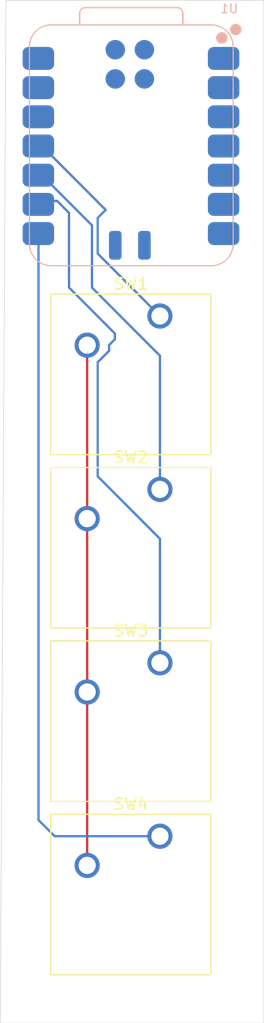
<source format=kicad_pcb>
(kicad_pcb (version 20240108) (generator "pcbnew") (generator_version "8.0")
  (layers (0 "F.Cu" signal) (31 "B.Cu" signal) (34 "B.Paste" user) (35 "F.Paste" user) (36 "B.SilkS" user "B.Silkscreen") (37 "F.SilkS" user "F.Silkscreen") (38 "B.Mask" user) (39 "F.Mask" user) (44 "Edge.Cuts" user))
  (net 0 "")
  (net 1 "GND")
  (net 2 "Net-(U1-PA6_A10_D10_MOSI)")
  (net 3 "Net-(U1-PA5_A9_D9_MISO)")
  (net 4 "Net-(U1-PA7_A8_D8_SCK)")
  (net 5 "Net-(U1-PB09_A7_D7_RX)")
  (footprint "Button_Switch_Keyboard:SW_Cherry_MX_1.00u_PCB" (layer "F.Cu") (at 132.430988 105.1542)
    (property "Reference" "SW3" (at -2.54 -2.794 0) (layer "F.SilkS"))
    (property "Value" "SW_Push")
    (fp_line (start -9.525 -1.905) (end 4.445 -1.905) (stroke (width 0.12)) (layer "F.SilkS"))
    (fp_line (start -9.525 12.065) (end -9.525 -1.905) (stroke (width 0.12)) (layer "F.SilkS"))
    (fp_line (start 4.445 -1.905) (end 4.445 12.065) (stroke (width 0.12)) (layer "F.SilkS"))
    (fp_line (start 4.445 12.065) (end -9.525 12.065) (stroke (width 0.12)) (layer "F.SilkS"))
    (pad "" np_thru_hole circle (at -7.62 5.08) (size 1.7 1.7) (drill 1.7) (layers "*.Cu" "*.Mask"))
    (pad "" np_thru_hole circle (at -2.54 5.08) (size 4 4) (drill 4) (layers "*.Cu" "*.Mask"))
    (pad "" np_thru_hole circle (at 2.54 5.08) (size 1.7 1.7) (drill 1.7) (layers "*.Cu" "*.Mask"))
    (pad "1" thru_hole circle (at 0 0) (size 2.2 2.2) (drill 1.5) (layers "*.Cu" "*.Mask") (net 4 "Net-(U1-PA7_A8_D8_SCK)"))
    (pad "2" thru_hole circle (at -6.35 2.54) (size 2.2 2.2) (drill 1.5) (layers "*.Cu" "*.Mask") (net 1 "GND"))
  )
  (footprint "Button_Switch_Keyboard:SW_Cherry_MX_1.00u_PCB" (layer "F.Cu") (at 132.430988 90.0642)
    (property "Reference" "SW2" (at -2.54 -2.794 0) (layer "F.SilkS"))
    (property "Value" "SW_Push")
    (fp_line (start -9.525 -1.905) (end 4.445 -1.905) (stroke (width 0.12)) (layer "F.SilkS"))
    (fp_line (start -9.525 12.065) (end -9.525 -1.905) (stroke (width 0.12)) (layer "F.SilkS"))
    (fp_line (start 4.445 -1.905) (end 4.445 12.065) (stroke (width 0.12)) (layer "F.SilkS"))
    (fp_line (start 4.445 12.065) (end -9.525 12.065) (stroke (width 0.12)) (layer "F.SilkS"))
    (pad "" np_thru_hole circle (at -7.62 5.08) (size 1.7 1.7) (drill 1.7) (layers "*.Cu" "*.Mask"))
    (pad "" np_thru_hole circle (at -2.54 5.08) (size 4 4) (drill 4) (layers "*.Cu" "*.Mask"))
    (pad "" np_thru_hole circle (at 2.54 5.08) (size 1.7 1.7) (drill 1.7) (layers "*.Cu" "*.Mask"))
    (pad "1" thru_hole circle (at 0 0) (size 2.2 2.2) (drill 1.5) (layers "*.Cu" "*.Mask") (net 3 "Net-(U1-PA5_A9_D9_MISO)"))
    (pad "2" thru_hole circle (at -6.35 2.54) (size 2.2 2.2) (drill 1.5) (layers "*.Cu" "*.Mask") (net 1 "GND"))
  )
  (footprint "Button_Switch_Keyboard:SW_Cherry_MX_1.00u_PCB" (layer "F.Cu") (at 132.430988 74.9742)
    (property "Reference" "SW1" (at -2.54 -2.794 0) (layer "F.SilkS"))
    (property "Value" "SW_Push")
    (fp_line (start -9.525 -1.905) (end 4.445 -1.905) (stroke (width 0.12)) (layer "F.SilkS"))
    (fp_line (start -9.525 12.065) (end -9.525 -1.905) (stroke (width 0.12)) (layer "F.SilkS"))
    (fp_line (start 4.445 -1.905) (end 4.445 12.065) (stroke (width 0.12)) (layer "F.SilkS"))
    (fp_line (start 4.445 12.065) (end -9.525 12.065) (stroke (width 0.12)) (layer "F.SilkS"))
    (pad "" np_thru_hole circle (at -7.62 5.08) (size 1.7 1.7) (drill 1.7) (layers "*.Cu" "*.Mask"))
    (pad "" np_thru_hole circle (at -2.54 5.08) (size 4 4) (drill 4) (layers "*.Cu" "*.Mask"))
    (pad "" np_thru_hole circle (at 2.54 5.08) (size 1.7 1.7) (drill 1.7) (layers "*.Cu" "*.Mask"))
    (pad "1" thru_hole circle (at 0 0) (size 2.2 2.2) (drill 1.5) (layers "*.Cu" "*.Mask") (net 2 "Net-(U1-PA6_A10_D10_MOSI)"))
    (pad "2" thru_hole circle (at -6.35 2.54) (size 2.2 2.2) (drill 1.5) (layers "*.Cu" "*.Mask") (net 1 "GND"))
  )
  (footprint "Button_Switch_Keyboard:SW_Cherry_MX_1.00u_PCB" (layer "F.Cu") (at 132.430988 120.2442)
    (property "Reference" "SW4" (at -2.54 -2.794 0) (layer "F.SilkS"))
    (property "Value" "SW_Push")
    (fp_line (start -9.525 -1.905) (end 4.445 -1.905) (stroke (width 0.12)) (layer "F.SilkS"))
    (fp_line (start -9.525 12.065) (end -9.525 -1.905) (stroke (width 0.12)) (layer "F.SilkS"))
    (fp_line (start 4.445 -1.905) (end 4.445 12.065) (stroke (width 0.12)) (layer "F.SilkS"))
    (fp_line (start 4.445 12.065) (end -9.525 12.065) (stroke (width 0.12)) (layer "F.SilkS"))
    (pad "" np_thru_hole circle (at -7.62 5.08) (size 1.7 1.7) (drill 1.7) (layers "*.Cu" "*.Mask"))
    (pad "" np_thru_hole circle (at -2.54 5.08) (size 4 4) (drill 4) (layers "*.Cu" "*.Mask"))
    (pad "" np_thru_hole circle (at 2.54 5.08) (size 1.7 1.7) (drill 1.7) (layers "*.Cu" "*.Mask"))
    (pad "1" thru_hole circle (at 0 0) (size 2.2 2.2) (drill 1.5) (layers "*.Cu" "*.Mask") (net 5 "Net-(U1-PB09_A7_D7_RX)"))
    (pad "2" thru_hole circle (at -6.35 2.54) (size 2.2 2.2) (drill 1.5) (layers "*.Cu" "*.Mask") (net 1 "GND"))
  )
  (footprint "Seeed Studio XIAO Series Library:XIAO-SAMD21-SMD" (layer "B.Cu") (at 138.822994 70.6804 180)
    (property "Reference" "U1" (at -0.5 22 0) (layer "B.SilkS") (effects (font (size 0.78232 0.78232) (thickness 0.10668)) (justify left bottom mirror)))
    (property "Value" "XIAO-SAMD21-SMD")
    (fp_line (start 17.781 19.1323) (end 17.781 1.9873) (stroke (width 0.1)) (layer "B.SilkS"))
    (fp_line (start 15.876 0.0823) (end 1.906 0.0823) (stroke (width 0.1)) (layer "B.SilkS"))
    (fp_line (start 13.395 21.0373) (end 13.395 22.0473) (stroke (width 0.127)) (layer "B.SilkS"))
    (fp_line (start 12.895 22.5473) (end 4.899728 22.5473) (stroke (width 0.127)) (layer "B.SilkS"))
    (fp_line (start 4.399728 22.047572) (end 4.396 21.0373) (stroke (width 0.127)) (layer "B.SilkS"))
    (fp_line (start 1.906 21.0373) (end 15.876 21.0373) (stroke (width 0.1)) (layer "B.SilkS"))
    (fp_line (start 1.906 21.0373) (end 15.876 21.0373) (stroke (width 0.1)) (layer "B.SilkS"))
    (fp_line (start 0.001 19.1323) (end 0.001 1.9873) (stroke (width 0.1)) (layer "B.SilkS"))
    (fp_arc (start 17.781 19.1323) (mid 17.223038 20.479338) (end 15.876 21.0373) (stroke (width 0.1)) (layer "B.SilkS"))
    (fp_arc (start 15.876 0.0823) (mid 17.223038 0.640262) (end 17.781 1.9873) (stroke (width 0.1)) (layer "B.SilkS"))
    (fp_arc (start 13.395 22.0473) (mid 13.248553 22.400853) (end 12.895 22.5473) (stroke (width 0.127)) (layer "B.SilkS"))
    (fp_arc (start 4.899728 22.5473) (mid 4.546278 22.400943) (end 4.399728 22.047572) (stroke (width 0.127)) (layer "B.SilkS"))
    (fp_arc (start 1.906 21.0413) (mid 0.558969 20.483331) (end 0.001 19.1363) (stroke (width 0.1)) (layer "B.SilkS"))
    (fp_arc (start 0.001 1.9873) (mid 0.558962 0.640262) (end 1.906 0.0823) (stroke (width 0.1)) (layer "B.SilkS"))
    (fp_circle (center 0.991988 19.910312) (end 0.991988 20.164312) (stroke (width 0.5)) (fill solid) (layer "B.SilkS"))
    (fp_circle (center -0.225012 20.633312) (end -0.225012 20.887312) (stroke (width 0.5)) (fill solid) (layer "B.SilkS"))
    (pad "1" smd roundrect (at 0.835 18.12 180) (size 2.75 2) (layers "B.Cu" "B.Paste" "B.Mask"))
    (pad "2" smd roundrect (at 0.835 15.58 180) (size 2.75 2) (layers "B.Cu" "B.Paste" "B.Mask"))
    (pad "3" smd roundrect (at 0.835 13.04 180) (size 2.75 2) (layers "B.Cu" "B.Paste" "B.Mask"))
    (pad "4" smd roundrect (at 0.835 10.5 180) (size 2.75 2) (layers "B.Cu" "B.Paste" "B.Mask"))
    (pad "5" smd roundrect (at 0.835 7.96 180) (size 2.75 2) (layers "B.Cu" "B.Paste" "B.Mask"))
    (pad "6" smd roundrect (at 0.835 5.42 180) (size 2.75 2) (layers "B.Cu" "B.Paste" "B.Mask"))
    (pad "7" smd roundrect (at 0.835 2.88 180) (size 2.75 2) (layers "B.Cu" "B.Paste" "B.Mask"))
    (pad "8" smd roundrect (at 17 2.88 180) (size 2.75 2) (layers "B.Cu" "B.Paste" "B.Mask") (net 5 "Net-(U1-PB09_A7_D7_RX)"))
    (pad "9" smd roundrect (at 17 5.42 180) (size 2.75 2) (layers "B.Cu" "B.Paste" "B.Mask") (net 4 "Net-(U1-PA7_A8_D8_SCK)"))
    (pad "10" smd roundrect (at 17 7.96 180) (size 2.75 2) (layers "B.Cu" "B.Paste" "B.Mask") (net 3 "Net-(U1-PA5_A9_D9_MISO)"))
    (pad "11" smd roundrect (at 17 10.5 180) (size 2.75 2) (layers "B.Cu" "B.Paste" "B.Mask") (net 2 "Net-(U1-PA6_A10_D10_MOSI)"))
    (pad "12" smd roundrect (at 17 13.04 180) (size 2.75 2) (layers "B.Cu" "B.Paste" "B.Mask"))
    (pad "13" smd roundrect (at 17 15.58 180) (size 2.75 2) (layers "B.Cu" "B.Paste" "B.Mask") (net 1 "GND"))
    (pad "14" smd roundrect (at 17 18.12 180) (size 2.75 2) (layers "B.Cu" "B.Paste" "B.Mask"))
    (pad "15" smd roundrect (at 7.747 1.8603 90) (size 2.5 1.1) (layers "B.Cu" "B.Paste" "B.Mask"))
    (pad "16" smd roundrect (at 10.287 1.8603 90) (size 2.5 1.1) (layers "B.Cu" "B.Paste" "B.Mask"))
    (pad "17" smd circle (at 7.747 18.8783 180) (size 1.7 1.7) (layers "B.Cu" "B.Paste" "B.Mask"))
    (pad "18" smd circle (at 10.287 18.8783 180) (size 1.7 1.7) (layers "B.Cu" "B.Paste" "B.Mask"))
    (pad "19" smd circle (at 7.747 16.3383 180) (size 1.7 1.7) (layers "B.Cu" "B.Paste" "B.Mask"))
    (pad "20" smd circle (at 10.287 16.3383 180) (size 1.7 1.7) (layers "B.Cu" "B.Paste" "B.Mask"))
  )
  (gr_line (start 141.5 47.5) (end 141.5 136.5) (stroke (width 0.05)) (layer "Edge.Cuts"))
  (gr_line (start 141.5 136.5) (end 118.5 136.5) (stroke (width 0.05)) (layer "Edge.Cuts"))
  (gr_line (start 119 47.5) (end 141.5 47.5) (stroke (width 0.05)) (layer "Edge.Cuts"))
  (gr_line (start 118.5 136.5) (end 119 47.5) (stroke (width 0.05)) (layer "Edge.Cuts"))
  (segment (start 126.080988 107.6942) (end 126.080988 122.7842) (width 0.2) (layer "F.Cu") (net 1))
  (segment (start 126.080988 77.5142) (end 126.080988 92.6042) (width 0.2) (layer "F.Cu") (net 1))
  (segment (start 126.080988 92.6042) (end 126.080988 107.6942) (width 0.2) (layer "F.Cu") (net 1))
  (segment (start 132.430988 74.9742) (end 127 69.543212) (width 0.2) (layer "B.Cu") (net 2))
  (segment (start 127 66.4393) (end 127.698 65.7413) (width 0.2) (layer "B.Cu") (net 2))
  (segment (start 127 69.543212) (end 127 66.4393) (width 0.2) (layer "B.Cu") (net 2))
  (segment (start 127.698 65.7413) (end 121.835 59.8783) (width 0.2) (layer "B.Cu") (net 2))
  (segment (start 132.430988 78.430988) (end 126.5 72.5) (width 0.2) (layer "B.Cu") (net 3))
  (segment (start 126.5 67.0833) (end 121.835 62.4183) (width 0.2) (layer "B.Cu") (net 3))
  (segment (start 132.430988 90.0642) (end 132.430988 78.430988) (width 0.2) (layer "B.Cu") (net 3))
  (segment (start 126.5 72.5) (end 126.5 67.0833) (width 0.2) (layer "B.Cu") (net 3))
  (segment (start 128 78) (end 127 79) (width 0.2) (layer "B.Cu") (net 4))
  (segment (start 123.4583 64.9583) (end 124.5 66) (width 0.2) (layer "B.Cu") (net 4))
  (segment (start 124.5 66) (end 124.5 72.5) (width 0.2) (layer "B.Cu") (net 4))
  (segment (start 128 77.5) (end 128 78) (width 0.2) (layer "B.Cu") (net 4))
  (segment (start 124.5 72.5) (end 128.5 76.5) (width 0.2) (layer "B.Cu") (net 4))
  (segment (start 132.430988 94.360798) (end 132.430988 105.1542) (width 0.2) (layer "B.Cu") (net 4))
  (segment (start 128.5 77) (end 128 77.5) (width 0.2) (layer "B.Cu") (net 4))
  (segment (start 127 79) (end 127 88.92981) (width 0.2) (layer "B.Cu") (net 4))
  (segment (start 127 88.92981) (end 132.430988 94.360798) (width 0.2) (layer "B.Cu") (net 4))
  (segment (start 121.835 64.9583) (end 123.4583 64.9583) (width 0.2) (layer "B.Cu") (net 4))
  (segment (start 128.5 76.5) (end 128.5 77) (width 0.2) (layer "B.Cu") (net 4))
  (segment (start 123.2442 120.2442) (end 132.430988 120.2442) (width 0.2) (layer "B.Cu") (net 5))
  (segment (start 121.835 67.4983) (end 121.835 118.835) (width 0.2) (layer "B.Cu") (net 5))
  (segment (start 121.835 118.835) (end 123.2442 120.2442) (width 0.2) (layer "B.Cu") (net 5))
)
</source>
